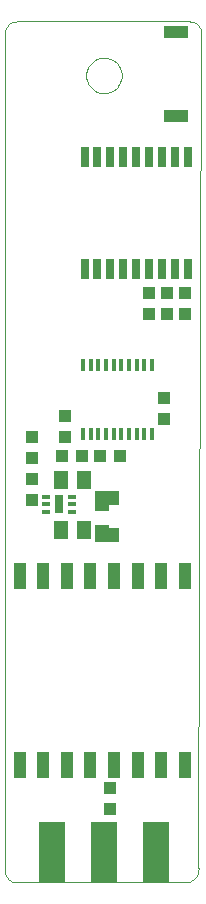
<source format=gtp>
G75*
%MOIN*%
%OFA0B0*%
%FSLAX24Y24*%
%IPPOS*%
%LPD*%
%AMOC8*
5,1,8,0,0,1.08239X$1,22.5*
%
%ADD10C,0.0000*%
%ADD11R,0.0120X0.0390*%
%ADD12R,0.0315X0.0709*%
%ADD13R,0.0276X0.0709*%
%ADD14R,0.0787X0.0394*%
%ADD15R,0.0900X0.2000*%
%ADD16R,0.0420X0.0860*%
%ADD17R,0.0315X0.0630*%
%ADD18R,0.0315X0.0138*%
%ADD19R,0.0472X0.0315*%
%ADD20R,0.0394X0.0433*%
%ADD21R,0.0433X0.0394*%
%ADD22R,0.0512X0.0591*%
%ADD23R,0.0787X0.0472*%
D10*
X000950Y004251D02*
X000950Y032151D01*
X000952Y032190D01*
X000958Y032229D01*
X000967Y032267D01*
X000980Y032304D01*
X000997Y032340D01*
X001017Y032373D01*
X001041Y032405D01*
X001067Y032434D01*
X001096Y032460D01*
X001128Y032484D01*
X001161Y032504D01*
X001197Y032521D01*
X001234Y032534D01*
X001272Y032543D01*
X001311Y032549D01*
X001350Y032551D01*
X007100Y032551D01*
X007139Y032549D01*
X007178Y032543D01*
X007216Y032534D01*
X007253Y032521D01*
X007289Y032504D01*
X007322Y032484D01*
X007354Y032460D01*
X007383Y032434D01*
X007409Y032405D01*
X007433Y032373D01*
X007453Y032340D01*
X007470Y032304D01*
X007483Y032267D01*
X007492Y032229D01*
X007498Y032190D01*
X007500Y032151D01*
X007400Y004351D01*
X007403Y004309D01*
X007402Y004267D01*
X007397Y004226D01*
X007388Y004185D01*
X007375Y004145D01*
X007359Y004107D01*
X007339Y004070D01*
X007316Y004035D01*
X007290Y004002D01*
X007261Y003972D01*
X007230Y003945D01*
X007195Y003920D01*
X007159Y003899D01*
X007121Y003882D01*
X007082Y003868D01*
X007041Y003857D01*
X007000Y003851D01*
X001350Y003851D01*
X001311Y003853D01*
X001272Y003859D01*
X001234Y003868D01*
X001197Y003881D01*
X001161Y003898D01*
X001128Y003918D01*
X001096Y003942D01*
X001067Y003968D01*
X001041Y003997D01*
X001017Y004029D01*
X000997Y004062D01*
X000980Y004098D01*
X000967Y004135D01*
X000958Y004173D01*
X000952Y004212D01*
X000950Y004251D01*
X002050Y003851D02*
X006450Y003851D01*
X003659Y030751D02*
X003661Y030799D01*
X003667Y030847D01*
X003677Y030894D01*
X003690Y030940D01*
X003708Y030985D01*
X003728Y031029D01*
X003753Y031071D01*
X003781Y031110D01*
X003811Y031147D01*
X003845Y031181D01*
X003882Y031213D01*
X003920Y031242D01*
X003961Y031267D01*
X004004Y031289D01*
X004049Y031307D01*
X004095Y031321D01*
X004142Y031332D01*
X004190Y031339D01*
X004238Y031342D01*
X004286Y031341D01*
X004334Y031336D01*
X004382Y031327D01*
X004428Y031315D01*
X004473Y031298D01*
X004517Y031278D01*
X004559Y031255D01*
X004599Y031228D01*
X004637Y031198D01*
X004672Y031165D01*
X004704Y031129D01*
X004734Y031091D01*
X004760Y031050D01*
X004782Y031007D01*
X004802Y030963D01*
X004817Y030918D01*
X004829Y030871D01*
X004837Y030823D01*
X004841Y030775D01*
X004841Y030727D01*
X004837Y030679D01*
X004829Y030631D01*
X004817Y030584D01*
X004802Y030539D01*
X004782Y030495D01*
X004760Y030452D01*
X004734Y030411D01*
X004704Y030373D01*
X004672Y030337D01*
X004637Y030304D01*
X004599Y030274D01*
X004559Y030247D01*
X004517Y030224D01*
X004473Y030204D01*
X004428Y030187D01*
X004382Y030175D01*
X004334Y030166D01*
X004286Y030161D01*
X004238Y030160D01*
X004190Y030163D01*
X004142Y030170D01*
X004095Y030181D01*
X004049Y030195D01*
X004004Y030213D01*
X003961Y030235D01*
X003920Y030260D01*
X003882Y030289D01*
X003845Y030321D01*
X003811Y030355D01*
X003781Y030392D01*
X003753Y030431D01*
X003728Y030473D01*
X003708Y030517D01*
X003690Y030562D01*
X003677Y030608D01*
X003667Y030655D01*
X003661Y030703D01*
X003659Y030751D01*
D11*
X003548Y021099D03*
X003804Y021099D03*
X004060Y021099D03*
X004316Y021099D03*
X004572Y021099D03*
X004828Y021099D03*
X005084Y021099D03*
X005340Y021099D03*
X005596Y021099D03*
X005852Y021099D03*
X005852Y018802D03*
X005596Y018802D03*
X005340Y018802D03*
X005084Y018802D03*
X004828Y018802D03*
X004572Y018802D03*
X004316Y018802D03*
X004060Y018802D03*
X003804Y018802D03*
X003548Y018802D03*
D12*
X004031Y024302D03*
X004464Y024302D03*
X004897Y024302D03*
X005330Y024302D03*
X005763Y024302D03*
X006196Y024302D03*
X006630Y024302D03*
X006630Y028042D03*
X006196Y028042D03*
X005763Y028042D03*
X005330Y028042D03*
X004897Y028042D03*
X004464Y028042D03*
X004031Y028042D03*
D13*
X003618Y028042D03*
X003618Y024302D03*
X007043Y024302D03*
X007043Y028042D03*
D14*
X006650Y029401D03*
X006650Y032196D03*
D15*
X005990Y004861D03*
X004250Y004861D03*
X002510Y004861D03*
D16*
X002226Y007751D03*
X003013Y007751D03*
X003800Y007751D03*
X004588Y007751D03*
X005375Y007751D03*
X006163Y007751D03*
X006950Y007751D03*
X006950Y014051D03*
X006163Y014051D03*
X005375Y014051D03*
X004588Y014051D03*
X003800Y014051D03*
X003013Y014051D03*
X002226Y014051D03*
X001438Y014051D03*
X001438Y007751D03*
D17*
X002750Y016451D03*
D18*
X002317Y016451D03*
X002317Y016707D03*
X002317Y016195D03*
X003183Y016195D03*
X003183Y016451D03*
X003183Y016707D03*
D19*
X004200Y016355D03*
X004200Y015646D03*
D20*
X004115Y018051D03*
X003535Y018051D03*
X002950Y018716D03*
X002950Y019385D03*
X002865Y018051D03*
X001850Y017285D03*
X001850Y016616D03*
X004450Y006985D03*
X004450Y006316D03*
X004785Y018051D03*
X005750Y022816D03*
X005750Y023485D03*
X006350Y023485D03*
X006350Y022816D03*
X006950Y022816D03*
X006950Y023485D03*
X006250Y019985D03*
X006250Y019316D03*
D21*
X001850Y018685D03*
X001850Y018016D03*
D22*
X002826Y017251D03*
X002826Y015601D03*
X003574Y015601D03*
X003574Y017251D03*
D23*
X004350Y016681D03*
X004350Y015421D03*
M02*

</source>
